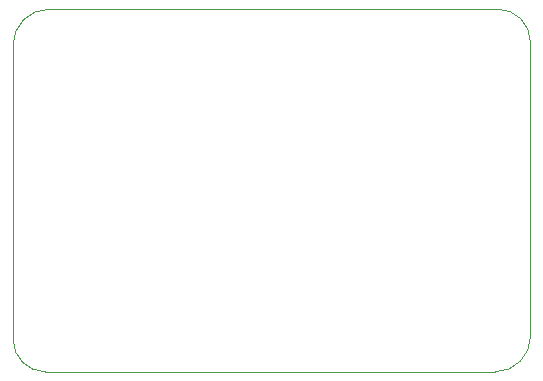
<source format=gbr>
%TF.GenerationSoftware,Altium Limited,Altium Designer,24.4.1 (13)*%
G04 Layer_Color=0*
%FSLAX45Y45*%
%MOMM*%
%TF.SameCoordinates,B8B7DE2E-4358-4D64-837E-663932822D10*%
%TF.FilePolarity,Positive*%
%TF.FileFunction,Profile,NP*%
%TF.Part,Single*%
G01*
G75*
%TA.AperFunction,Profile*%
%ADD85C,0.02540*%
D85*
X-2190000Y-1262084D02*
Y1232101D01*
D02*
G02*
X-1887101Y1535000I302899J0D01*
G01*
X1912609D01*
D02*
G02*
X2190000Y1257609I0J-277391D01*
G01*
Y-1237067D01*
D02*
G02*
X1892067Y-1535000I-297933J0D01*
G01*
X-1917084D01*
D02*
G02*
X-2190000Y-1262084I0J272916D01*
G01*
%TF.MD5,7ccc6e90d869f5fc901a7965860b2410*%
M02*

</source>
